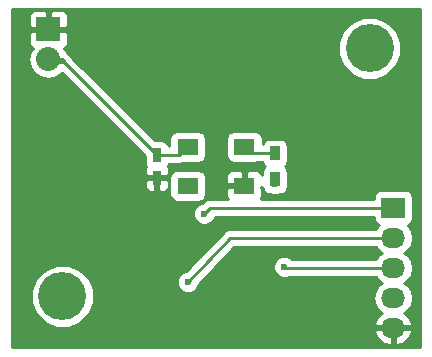
<source format=gtl>
G04 #@! TF.FileFunction,Copper,L1,Top,Signal*
%FSLAX46Y46*%
G04 Gerber Fmt 4.6, Leading zero omitted, Abs format (unit mm)*
G04 Created by KiCad (PCBNEW (2015-10-28 BZR 6285)-product) date Saturday, November 07, 2015 'PMt' 08:05:49 PM*
%MOMM*%
G01*
G04 APERTURE LIST*
%ADD10C,0.100000*%
%ADD11R,0.750000X1.200000*%
%ADD12R,2.032000X1.727200*%
%ADD13O,2.032000X1.727200*%
%ADD14R,0.900000X1.200000*%
%ADD15R,1.800000X1.400000*%
%ADD16C,4.064000*%
%ADD17R,2.032000X2.032000*%
%ADD18O,2.032000X2.032000*%
%ADD19C,0.600000*%
%ADD20C,0.250000*%
%ADD21C,0.254000*%
G04 APERTURE END LIST*
D10*
D11*
X113000000Y-114950000D03*
X113000000Y-113050000D03*
D12*
X133000000Y-117500000D03*
D13*
X133000000Y-120040000D03*
X133000000Y-122580000D03*
X133000000Y-125120000D03*
X133000000Y-127660000D03*
D14*
X123000000Y-115100000D03*
X123000000Y-112900000D03*
D15*
X115600000Y-112350000D03*
X115600000Y-115650000D03*
X120400000Y-115650000D03*
X120400000Y-112350000D03*
D16*
X131000000Y-104000000D03*
X105000000Y-125000000D03*
D17*
X103800000Y-102400000D03*
D18*
X103800000Y-104940000D03*
D19*
X109200000Y-102650000D03*
X121000000Y-115200000D03*
X113000000Y-114950000D03*
X117250000Y-119800000D03*
X115406000Y-121295000D03*
X115600000Y-123800000D03*
X117000000Y-118000000D03*
X123000000Y-115500000D03*
X123750000Y-122500000D03*
D20*
X103800000Y-104940000D02*
X104940000Y-104940000D01*
X105200000Y-105200000D02*
X105200000Y-105250000D01*
X104940000Y-104940000D02*
X105200000Y-105200000D01*
X113000000Y-113050000D02*
X114900000Y-113050000D01*
X114900000Y-113050000D02*
X115600000Y-112350000D01*
X103900000Y-105140000D02*
X105090000Y-105140000D01*
X105090000Y-105140000D02*
X105200000Y-105250000D01*
X105200000Y-105250000D02*
X113000000Y-113050000D01*
X109200000Y-102650000D02*
X109200000Y-102600000D01*
X121000000Y-115200000D02*
X120550000Y-115650000D01*
X120550000Y-115650000D02*
X120400000Y-115650000D01*
X117250000Y-119800000D02*
X117200000Y-119800000D01*
X115400000Y-121200000D02*
X115400000Y-121289000D01*
X115400000Y-121289000D02*
X115406000Y-121295000D01*
X132900000Y-120040000D02*
X119210000Y-120040000D01*
X119210000Y-120040000D02*
X115600000Y-123800000D01*
X132900000Y-117500000D02*
X117500000Y-117500000D01*
X117500000Y-117500000D02*
X117000000Y-118000000D01*
X123000000Y-115500000D02*
X123000000Y-115100000D01*
X132900000Y-122580000D02*
X123830000Y-122580000D01*
X123830000Y-122580000D02*
X123750000Y-122500000D01*
X123000000Y-112900000D02*
X120950000Y-112900000D01*
X120950000Y-112900000D02*
X120400000Y-112350000D01*
D21*
G36*
X135290000Y-129290000D02*
X100710000Y-129290000D01*
X100710000Y-128019026D01*
X131392642Y-128019026D01*
X131395291Y-128034791D01*
X131649268Y-128562036D01*
X132085680Y-128951954D01*
X132638087Y-129145184D01*
X132873000Y-129000924D01*
X132873000Y-127787000D01*
X133127000Y-127787000D01*
X133127000Y-129000924D01*
X133361913Y-129145184D01*
X133914320Y-128951954D01*
X134350732Y-128562036D01*
X134604709Y-128034791D01*
X134607358Y-128019026D01*
X134486217Y-127787000D01*
X133127000Y-127787000D01*
X132873000Y-127787000D01*
X131513783Y-127787000D01*
X131392642Y-128019026D01*
X100710000Y-128019026D01*
X100710000Y-125528172D01*
X102332538Y-125528172D01*
X102737709Y-126508761D01*
X103487293Y-127259655D01*
X104467173Y-127666536D01*
X105528172Y-127667462D01*
X106508761Y-127262291D01*
X107259655Y-126512707D01*
X107666536Y-125532827D01*
X107667462Y-124471828D01*
X107466378Y-123985167D01*
X114664838Y-123985167D01*
X114806883Y-124328943D01*
X115069673Y-124592192D01*
X115413201Y-124734838D01*
X115785167Y-124735162D01*
X116128943Y-124593117D01*
X116392192Y-124330327D01*
X116534838Y-123986799D01*
X116534893Y-123923620D01*
X119533901Y-120800000D01*
X131555352Y-120800000D01*
X131755585Y-121099670D01*
X132070366Y-121310000D01*
X131755585Y-121520330D01*
X131555352Y-121820000D01*
X124392323Y-121820000D01*
X124280327Y-121707808D01*
X123936799Y-121565162D01*
X123564833Y-121564838D01*
X123221057Y-121706883D01*
X122957808Y-121969673D01*
X122815162Y-122313201D01*
X122814838Y-122685167D01*
X122956883Y-123028943D01*
X123219673Y-123292192D01*
X123563201Y-123434838D01*
X123935167Y-123435162D01*
X124165477Y-123340000D01*
X131555352Y-123340000D01*
X131755585Y-123639670D01*
X132070366Y-123850000D01*
X131755585Y-124060330D01*
X131430729Y-124546511D01*
X131316655Y-125120000D01*
X131430729Y-125693489D01*
X131755585Y-126179670D01*
X132065069Y-126386461D01*
X131649268Y-126757964D01*
X131395291Y-127285209D01*
X131392642Y-127300974D01*
X131513783Y-127533000D01*
X132873000Y-127533000D01*
X132873000Y-127513000D01*
X133127000Y-127513000D01*
X133127000Y-127533000D01*
X134486217Y-127533000D01*
X134607358Y-127300974D01*
X134604709Y-127285209D01*
X134350732Y-126757964D01*
X133934931Y-126386461D01*
X134244415Y-126179670D01*
X134569271Y-125693489D01*
X134683345Y-125120000D01*
X134569271Y-124546511D01*
X134244415Y-124060330D01*
X133929634Y-123850000D01*
X134244415Y-123639670D01*
X134569271Y-123153489D01*
X134683345Y-122580000D01*
X134569271Y-122006511D01*
X134244415Y-121520330D01*
X133929634Y-121310000D01*
X134244415Y-121099670D01*
X134569271Y-120613489D01*
X134683345Y-120040000D01*
X134569271Y-119466511D01*
X134244415Y-118980330D01*
X134230087Y-118970757D01*
X134251317Y-118966762D01*
X134467441Y-118827690D01*
X134612431Y-118615490D01*
X134663440Y-118363600D01*
X134663440Y-116636400D01*
X134619162Y-116401083D01*
X134480090Y-116184959D01*
X134267890Y-116039969D01*
X134016000Y-115988960D01*
X131984000Y-115988960D01*
X131748683Y-116033238D01*
X131532559Y-116172310D01*
X131387569Y-116384510D01*
X131336560Y-116636400D01*
X131336560Y-116740000D01*
X121808025Y-116740000D01*
X121838327Y-116709698D01*
X121935000Y-116476309D01*
X121935000Y-115935750D01*
X121776252Y-115777002D01*
X121917049Y-115777002D01*
X121946838Y-115935317D01*
X122085910Y-116151441D01*
X122298110Y-116296431D01*
X122550000Y-116347440D01*
X122602724Y-116347440D01*
X122813201Y-116434838D01*
X123185167Y-116435162D01*
X123397471Y-116347440D01*
X123450000Y-116347440D01*
X123685317Y-116303162D01*
X123901441Y-116164090D01*
X124046431Y-115951890D01*
X124097440Y-115700000D01*
X124097440Y-114500000D01*
X124053162Y-114264683D01*
X123914090Y-114048559D01*
X123844289Y-114000866D01*
X123901441Y-113964090D01*
X124046431Y-113751890D01*
X124097440Y-113500000D01*
X124097440Y-112300000D01*
X124053162Y-112064683D01*
X123914090Y-111848559D01*
X123701890Y-111703569D01*
X123450000Y-111652560D01*
X122550000Y-111652560D01*
X122314683Y-111696838D01*
X122098559Y-111835910D01*
X121953569Y-112048110D01*
X121947440Y-112078376D01*
X121947440Y-111650000D01*
X121903162Y-111414683D01*
X121764090Y-111198559D01*
X121551890Y-111053569D01*
X121300000Y-111002560D01*
X119500000Y-111002560D01*
X119264683Y-111046838D01*
X119048559Y-111185910D01*
X118903569Y-111398110D01*
X118852560Y-111650000D01*
X118852560Y-113050000D01*
X118896838Y-113285317D01*
X119035910Y-113501441D01*
X119248110Y-113646431D01*
X119500000Y-113697440D01*
X121300000Y-113697440D01*
X121498976Y-113660000D01*
X121932666Y-113660000D01*
X121946838Y-113735317D01*
X122085910Y-113951441D01*
X122155711Y-113999134D01*
X122098559Y-114035910D01*
X121953569Y-114248110D01*
X121902560Y-114500000D01*
X121902560Y-114745374D01*
X121838327Y-114590302D01*
X121659699Y-114411673D01*
X121426310Y-114315000D01*
X120685750Y-114315000D01*
X120527000Y-114473750D01*
X120527000Y-115523000D01*
X120547000Y-115523000D01*
X120547000Y-115777000D01*
X120527000Y-115777000D01*
X120527000Y-115797000D01*
X120273000Y-115797000D01*
X120273000Y-115777000D01*
X119023750Y-115777000D01*
X118865000Y-115935750D01*
X118865000Y-116476309D01*
X118961673Y-116709698D01*
X118991975Y-116740000D01*
X117500000Y-116740000D01*
X117209161Y-116797852D01*
X116962599Y-116962599D01*
X116860320Y-117064878D01*
X116814833Y-117064838D01*
X116471057Y-117206883D01*
X116207808Y-117469673D01*
X116065162Y-117813201D01*
X116064838Y-118185167D01*
X116206883Y-118528943D01*
X116469673Y-118792192D01*
X116813201Y-118934838D01*
X117185167Y-118935162D01*
X117528943Y-118793117D01*
X117792192Y-118530327D01*
X117904442Y-118260000D01*
X131336560Y-118260000D01*
X131336560Y-118363600D01*
X131380838Y-118598917D01*
X131519910Y-118815041D01*
X131732110Y-118960031D01*
X131773439Y-118968400D01*
X131755585Y-118980330D01*
X131555352Y-119280000D01*
X119210000Y-119280000D01*
X119202281Y-119281535D01*
X119194535Y-119280158D01*
X119057163Y-119310401D01*
X118919161Y-119337852D01*
X118912618Y-119342224D01*
X118904933Y-119343916D01*
X118789583Y-119424433D01*
X118672599Y-119502599D01*
X118668227Y-119509143D01*
X118661775Y-119513646D01*
X115444249Y-122864864D01*
X115414833Y-122864838D01*
X115071057Y-123006883D01*
X114807808Y-123269673D01*
X114665162Y-123613201D01*
X114664838Y-123985167D01*
X107466378Y-123985167D01*
X107262291Y-123491239D01*
X106512707Y-122740345D01*
X105532827Y-122333464D01*
X104471828Y-122332538D01*
X103491239Y-122737709D01*
X102740345Y-123487293D01*
X102333464Y-124467173D01*
X102332538Y-125528172D01*
X100710000Y-125528172D01*
X100710000Y-115235750D01*
X111990000Y-115235750D01*
X111990000Y-115676309D01*
X112086673Y-115909698D01*
X112265301Y-116088327D01*
X112498690Y-116185000D01*
X112714250Y-116185000D01*
X112873000Y-116026250D01*
X112873000Y-115077000D01*
X113127000Y-115077000D01*
X113127000Y-116026250D01*
X113285750Y-116185000D01*
X113501310Y-116185000D01*
X113734699Y-116088327D01*
X113913327Y-115909698D01*
X114010000Y-115676309D01*
X114010000Y-115235750D01*
X113851250Y-115077000D01*
X113127000Y-115077000D01*
X112873000Y-115077000D01*
X112148750Y-115077000D01*
X111990000Y-115235750D01*
X100710000Y-115235750D01*
X100710000Y-114950000D01*
X114052560Y-114950000D01*
X114052560Y-116350000D01*
X114096838Y-116585317D01*
X114235910Y-116801441D01*
X114448110Y-116946431D01*
X114700000Y-116997440D01*
X116500000Y-116997440D01*
X116735317Y-116953162D01*
X116951441Y-116814090D01*
X117096431Y-116601890D01*
X117147440Y-116350000D01*
X117147440Y-114950000D01*
X117123674Y-114823691D01*
X118865000Y-114823691D01*
X118865000Y-115364250D01*
X119023750Y-115523000D01*
X120273000Y-115523000D01*
X120273000Y-114473750D01*
X120114250Y-114315000D01*
X119373690Y-114315000D01*
X119140301Y-114411673D01*
X118961673Y-114590302D01*
X118865000Y-114823691D01*
X117123674Y-114823691D01*
X117103162Y-114714683D01*
X116964090Y-114498559D01*
X116751890Y-114353569D01*
X116500000Y-114302560D01*
X114700000Y-114302560D01*
X114464683Y-114346838D01*
X114248559Y-114485910D01*
X114103569Y-114698110D01*
X114052560Y-114950000D01*
X100710000Y-114950000D01*
X100710000Y-104940000D01*
X102116655Y-104940000D01*
X102242330Y-105571810D01*
X102600222Y-106107433D01*
X103135845Y-106465325D01*
X103767655Y-106591000D01*
X103832345Y-106591000D01*
X104464155Y-106465325D01*
X104989499Y-106114301D01*
X111977560Y-113102362D01*
X111977560Y-113650000D01*
X112021838Y-113885317D01*
X112088329Y-113988646D01*
X112086673Y-113990302D01*
X111990000Y-114223691D01*
X111990000Y-114664250D01*
X112148750Y-114823000D01*
X112873000Y-114823000D01*
X112873000Y-114803000D01*
X113127000Y-114803000D01*
X113127000Y-114823000D01*
X113851250Y-114823000D01*
X114010000Y-114664250D01*
X114010000Y-114223691D01*
X113913327Y-113990302D01*
X113911957Y-113988932D01*
X113971431Y-113901890D01*
X113990039Y-113810000D01*
X114900000Y-113810000D01*
X115190839Y-113752148D01*
X115272716Y-113697440D01*
X116500000Y-113697440D01*
X116735317Y-113653162D01*
X116951441Y-113514090D01*
X117096431Y-113301890D01*
X117147440Y-113050000D01*
X117147440Y-111650000D01*
X117103162Y-111414683D01*
X116964090Y-111198559D01*
X116751890Y-111053569D01*
X116500000Y-111002560D01*
X114700000Y-111002560D01*
X114464683Y-111046838D01*
X114248559Y-111185910D01*
X114103569Y-111398110D01*
X114052560Y-111650000D01*
X114052560Y-112290000D01*
X113992334Y-112290000D01*
X113978162Y-112214683D01*
X113839090Y-111998559D01*
X113626890Y-111853569D01*
X113375000Y-111802560D01*
X112827362Y-111802560D01*
X105838084Y-104813282D01*
X105737401Y-104662599D01*
X105602974Y-104528172D01*
X128332538Y-104528172D01*
X128737709Y-105508761D01*
X129487293Y-106259655D01*
X130467173Y-106666536D01*
X131528172Y-106667462D01*
X132508761Y-106262291D01*
X133259655Y-105512707D01*
X133666536Y-104532827D01*
X133667462Y-103471828D01*
X133262291Y-102491239D01*
X132512707Y-101740345D01*
X131532827Y-101333464D01*
X130471828Y-101332538D01*
X129491239Y-101737709D01*
X128740345Y-102487293D01*
X128333464Y-103467173D01*
X128332538Y-104528172D01*
X105602974Y-104528172D01*
X105477401Y-104402599D01*
X105360975Y-104324806D01*
X105357670Y-104308190D01*
X105133034Y-103971999D01*
X105175698Y-103954327D01*
X105354327Y-103775699D01*
X105451000Y-103542310D01*
X105451000Y-102685750D01*
X105292250Y-102527000D01*
X103927000Y-102527000D01*
X103927000Y-102547000D01*
X103673000Y-102547000D01*
X103673000Y-102527000D01*
X102307750Y-102527000D01*
X102149000Y-102685750D01*
X102149000Y-103542310D01*
X102245673Y-103775699D01*
X102424302Y-103954327D01*
X102466966Y-103971999D01*
X102242330Y-104308190D01*
X102116655Y-104940000D01*
X100710000Y-104940000D01*
X100710000Y-101257690D01*
X102149000Y-101257690D01*
X102149000Y-102114250D01*
X102307750Y-102273000D01*
X103673000Y-102273000D01*
X103673000Y-100907750D01*
X103927000Y-100907750D01*
X103927000Y-102273000D01*
X105292250Y-102273000D01*
X105451000Y-102114250D01*
X105451000Y-101257690D01*
X105354327Y-101024301D01*
X105175698Y-100845673D01*
X104942309Y-100749000D01*
X104085750Y-100749000D01*
X103927000Y-100907750D01*
X103673000Y-100907750D01*
X103514250Y-100749000D01*
X102657691Y-100749000D01*
X102424302Y-100845673D01*
X102245673Y-101024301D01*
X102149000Y-101257690D01*
X100710000Y-101257690D01*
X100710000Y-100710000D01*
X135290000Y-100710000D01*
X135290000Y-129290000D01*
X135290000Y-129290000D01*
G37*
X135290000Y-129290000D02*
X100710000Y-129290000D01*
X100710000Y-128019026D01*
X131392642Y-128019026D01*
X131395291Y-128034791D01*
X131649268Y-128562036D01*
X132085680Y-128951954D01*
X132638087Y-129145184D01*
X132873000Y-129000924D01*
X132873000Y-127787000D01*
X133127000Y-127787000D01*
X133127000Y-129000924D01*
X133361913Y-129145184D01*
X133914320Y-128951954D01*
X134350732Y-128562036D01*
X134604709Y-128034791D01*
X134607358Y-128019026D01*
X134486217Y-127787000D01*
X133127000Y-127787000D01*
X132873000Y-127787000D01*
X131513783Y-127787000D01*
X131392642Y-128019026D01*
X100710000Y-128019026D01*
X100710000Y-125528172D01*
X102332538Y-125528172D01*
X102737709Y-126508761D01*
X103487293Y-127259655D01*
X104467173Y-127666536D01*
X105528172Y-127667462D01*
X106508761Y-127262291D01*
X107259655Y-126512707D01*
X107666536Y-125532827D01*
X107667462Y-124471828D01*
X107466378Y-123985167D01*
X114664838Y-123985167D01*
X114806883Y-124328943D01*
X115069673Y-124592192D01*
X115413201Y-124734838D01*
X115785167Y-124735162D01*
X116128943Y-124593117D01*
X116392192Y-124330327D01*
X116534838Y-123986799D01*
X116534893Y-123923620D01*
X119533901Y-120800000D01*
X131555352Y-120800000D01*
X131755585Y-121099670D01*
X132070366Y-121310000D01*
X131755585Y-121520330D01*
X131555352Y-121820000D01*
X124392323Y-121820000D01*
X124280327Y-121707808D01*
X123936799Y-121565162D01*
X123564833Y-121564838D01*
X123221057Y-121706883D01*
X122957808Y-121969673D01*
X122815162Y-122313201D01*
X122814838Y-122685167D01*
X122956883Y-123028943D01*
X123219673Y-123292192D01*
X123563201Y-123434838D01*
X123935167Y-123435162D01*
X124165477Y-123340000D01*
X131555352Y-123340000D01*
X131755585Y-123639670D01*
X132070366Y-123850000D01*
X131755585Y-124060330D01*
X131430729Y-124546511D01*
X131316655Y-125120000D01*
X131430729Y-125693489D01*
X131755585Y-126179670D01*
X132065069Y-126386461D01*
X131649268Y-126757964D01*
X131395291Y-127285209D01*
X131392642Y-127300974D01*
X131513783Y-127533000D01*
X132873000Y-127533000D01*
X132873000Y-127513000D01*
X133127000Y-127513000D01*
X133127000Y-127533000D01*
X134486217Y-127533000D01*
X134607358Y-127300974D01*
X134604709Y-127285209D01*
X134350732Y-126757964D01*
X133934931Y-126386461D01*
X134244415Y-126179670D01*
X134569271Y-125693489D01*
X134683345Y-125120000D01*
X134569271Y-124546511D01*
X134244415Y-124060330D01*
X133929634Y-123850000D01*
X134244415Y-123639670D01*
X134569271Y-123153489D01*
X134683345Y-122580000D01*
X134569271Y-122006511D01*
X134244415Y-121520330D01*
X133929634Y-121310000D01*
X134244415Y-121099670D01*
X134569271Y-120613489D01*
X134683345Y-120040000D01*
X134569271Y-119466511D01*
X134244415Y-118980330D01*
X134230087Y-118970757D01*
X134251317Y-118966762D01*
X134467441Y-118827690D01*
X134612431Y-118615490D01*
X134663440Y-118363600D01*
X134663440Y-116636400D01*
X134619162Y-116401083D01*
X134480090Y-116184959D01*
X134267890Y-116039969D01*
X134016000Y-115988960D01*
X131984000Y-115988960D01*
X131748683Y-116033238D01*
X131532559Y-116172310D01*
X131387569Y-116384510D01*
X131336560Y-116636400D01*
X131336560Y-116740000D01*
X121808025Y-116740000D01*
X121838327Y-116709698D01*
X121935000Y-116476309D01*
X121935000Y-115935750D01*
X121776252Y-115777002D01*
X121917049Y-115777002D01*
X121946838Y-115935317D01*
X122085910Y-116151441D01*
X122298110Y-116296431D01*
X122550000Y-116347440D01*
X122602724Y-116347440D01*
X122813201Y-116434838D01*
X123185167Y-116435162D01*
X123397471Y-116347440D01*
X123450000Y-116347440D01*
X123685317Y-116303162D01*
X123901441Y-116164090D01*
X124046431Y-115951890D01*
X124097440Y-115700000D01*
X124097440Y-114500000D01*
X124053162Y-114264683D01*
X123914090Y-114048559D01*
X123844289Y-114000866D01*
X123901441Y-113964090D01*
X124046431Y-113751890D01*
X124097440Y-113500000D01*
X124097440Y-112300000D01*
X124053162Y-112064683D01*
X123914090Y-111848559D01*
X123701890Y-111703569D01*
X123450000Y-111652560D01*
X122550000Y-111652560D01*
X122314683Y-111696838D01*
X122098559Y-111835910D01*
X121953569Y-112048110D01*
X121947440Y-112078376D01*
X121947440Y-111650000D01*
X121903162Y-111414683D01*
X121764090Y-111198559D01*
X121551890Y-111053569D01*
X121300000Y-111002560D01*
X119500000Y-111002560D01*
X119264683Y-111046838D01*
X119048559Y-111185910D01*
X118903569Y-111398110D01*
X118852560Y-111650000D01*
X118852560Y-113050000D01*
X118896838Y-113285317D01*
X119035910Y-113501441D01*
X119248110Y-113646431D01*
X119500000Y-113697440D01*
X121300000Y-113697440D01*
X121498976Y-113660000D01*
X121932666Y-113660000D01*
X121946838Y-113735317D01*
X122085910Y-113951441D01*
X122155711Y-113999134D01*
X122098559Y-114035910D01*
X121953569Y-114248110D01*
X121902560Y-114500000D01*
X121902560Y-114745374D01*
X121838327Y-114590302D01*
X121659699Y-114411673D01*
X121426310Y-114315000D01*
X120685750Y-114315000D01*
X120527000Y-114473750D01*
X120527000Y-115523000D01*
X120547000Y-115523000D01*
X120547000Y-115777000D01*
X120527000Y-115777000D01*
X120527000Y-115797000D01*
X120273000Y-115797000D01*
X120273000Y-115777000D01*
X119023750Y-115777000D01*
X118865000Y-115935750D01*
X118865000Y-116476309D01*
X118961673Y-116709698D01*
X118991975Y-116740000D01*
X117500000Y-116740000D01*
X117209161Y-116797852D01*
X116962599Y-116962599D01*
X116860320Y-117064878D01*
X116814833Y-117064838D01*
X116471057Y-117206883D01*
X116207808Y-117469673D01*
X116065162Y-117813201D01*
X116064838Y-118185167D01*
X116206883Y-118528943D01*
X116469673Y-118792192D01*
X116813201Y-118934838D01*
X117185167Y-118935162D01*
X117528943Y-118793117D01*
X117792192Y-118530327D01*
X117904442Y-118260000D01*
X131336560Y-118260000D01*
X131336560Y-118363600D01*
X131380838Y-118598917D01*
X131519910Y-118815041D01*
X131732110Y-118960031D01*
X131773439Y-118968400D01*
X131755585Y-118980330D01*
X131555352Y-119280000D01*
X119210000Y-119280000D01*
X119202281Y-119281535D01*
X119194535Y-119280158D01*
X119057163Y-119310401D01*
X118919161Y-119337852D01*
X118912618Y-119342224D01*
X118904933Y-119343916D01*
X118789583Y-119424433D01*
X118672599Y-119502599D01*
X118668227Y-119509143D01*
X118661775Y-119513646D01*
X115444249Y-122864864D01*
X115414833Y-122864838D01*
X115071057Y-123006883D01*
X114807808Y-123269673D01*
X114665162Y-123613201D01*
X114664838Y-123985167D01*
X107466378Y-123985167D01*
X107262291Y-123491239D01*
X106512707Y-122740345D01*
X105532827Y-122333464D01*
X104471828Y-122332538D01*
X103491239Y-122737709D01*
X102740345Y-123487293D01*
X102333464Y-124467173D01*
X102332538Y-125528172D01*
X100710000Y-125528172D01*
X100710000Y-115235750D01*
X111990000Y-115235750D01*
X111990000Y-115676309D01*
X112086673Y-115909698D01*
X112265301Y-116088327D01*
X112498690Y-116185000D01*
X112714250Y-116185000D01*
X112873000Y-116026250D01*
X112873000Y-115077000D01*
X113127000Y-115077000D01*
X113127000Y-116026250D01*
X113285750Y-116185000D01*
X113501310Y-116185000D01*
X113734699Y-116088327D01*
X113913327Y-115909698D01*
X114010000Y-115676309D01*
X114010000Y-115235750D01*
X113851250Y-115077000D01*
X113127000Y-115077000D01*
X112873000Y-115077000D01*
X112148750Y-115077000D01*
X111990000Y-115235750D01*
X100710000Y-115235750D01*
X100710000Y-114950000D01*
X114052560Y-114950000D01*
X114052560Y-116350000D01*
X114096838Y-116585317D01*
X114235910Y-116801441D01*
X114448110Y-116946431D01*
X114700000Y-116997440D01*
X116500000Y-116997440D01*
X116735317Y-116953162D01*
X116951441Y-116814090D01*
X117096431Y-116601890D01*
X117147440Y-116350000D01*
X117147440Y-114950000D01*
X117123674Y-114823691D01*
X118865000Y-114823691D01*
X118865000Y-115364250D01*
X119023750Y-115523000D01*
X120273000Y-115523000D01*
X120273000Y-114473750D01*
X120114250Y-114315000D01*
X119373690Y-114315000D01*
X119140301Y-114411673D01*
X118961673Y-114590302D01*
X118865000Y-114823691D01*
X117123674Y-114823691D01*
X117103162Y-114714683D01*
X116964090Y-114498559D01*
X116751890Y-114353569D01*
X116500000Y-114302560D01*
X114700000Y-114302560D01*
X114464683Y-114346838D01*
X114248559Y-114485910D01*
X114103569Y-114698110D01*
X114052560Y-114950000D01*
X100710000Y-114950000D01*
X100710000Y-104940000D01*
X102116655Y-104940000D01*
X102242330Y-105571810D01*
X102600222Y-106107433D01*
X103135845Y-106465325D01*
X103767655Y-106591000D01*
X103832345Y-106591000D01*
X104464155Y-106465325D01*
X104989499Y-106114301D01*
X111977560Y-113102362D01*
X111977560Y-113650000D01*
X112021838Y-113885317D01*
X112088329Y-113988646D01*
X112086673Y-113990302D01*
X111990000Y-114223691D01*
X111990000Y-114664250D01*
X112148750Y-114823000D01*
X112873000Y-114823000D01*
X112873000Y-114803000D01*
X113127000Y-114803000D01*
X113127000Y-114823000D01*
X113851250Y-114823000D01*
X114010000Y-114664250D01*
X114010000Y-114223691D01*
X113913327Y-113990302D01*
X113911957Y-113988932D01*
X113971431Y-113901890D01*
X113990039Y-113810000D01*
X114900000Y-113810000D01*
X115190839Y-113752148D01*
X115272716Y-113697440D01*
X116500000Y-113697440D01*
X116735317Y-113653162D01*
X116951441Y-113514090D01*
X117096431Y-113301890D01*
X117147440Y-113050000D01*
X117147440Y-111650000D01*
X117103162Y-111414683D01*
X116964090Y-111198559D01*
X116751890Y-111053569D01*
X116500000Y-111002560D01*
X114700000Y-111002560D01*
X114464683Y-111046838D01*
X114248559Y-111185910D01*
X114103569Y-111398110D01*
X114052560Y-111650000D01*
X114052560Y-112290000D01*
X113992334Y-112290000D01*
X113978162Y-112214683D01*
X113839090Y-111998559D01*
X113626890Y-111853569D01*
X113375000Y-111802560D01*
X112827362Y-111802560D01*
X105838084Y-104813282D01*
X105737401Y-104662599D01*
X105602974Y-104528172D01*
X128332538Y-104528172D01*
X128737709Y-105508761D01*
X129487293Y-106259655D01*
X130467173Y-106666536D01*
X131528172Y-106667462D01*
X132508761Y-106262291D01*
X133259655Y-105512707D01*
X133666536Y-104532827D01*
X133667462Y-103471828D01*
X133262291Y-102491239D01*
X132512707Y-101740345D01*
X131532827Y-101333464D01*
X130471828Y-101332538D01*
X129491239Y-101737709D01*
X128740345Y-102487293D01*
X128333464Y-103467173D01*
X128332538Y-104528172D01*
X105602974Y-104528172D01*
X105477401Y-104402599D01*
X105360975Y-104324806D01*
X105357670Y-104308190D01*
X105133034Y-103971999D01*
X105175698Y-103954327D01*
X105354327Y-103775699D01*
X105451000Y-103542310D01*
X105451000Y-102685750D01*
X105292250Y-102527000D01*
X103927000Y-102527000D01*
X103927000Y-102547000D01*
X103673000Y-102547000D01*
X103673000Y-102527000D01*
X102307750Y-102527000D01*
X102149000Y-102685750D01*
X102149000Y-103542310D01*
X102245673Y-103775699D01*
X102424302Y-103954327D01*
X102466966Y-103971999D01*
X102242330Y-104308190D01*
X102116655Y-104940000D01*
X100710000Y-104940000D01*
X100710000Y-101257690D01*
X102149000Y-101257690D01*
X102149000Y-102114250D01*
X102307750Y-102273000D01*
X103673000Y-102273000D01*
X103673000Y-100907750D01*
X103927000Y-100907750D01*
X103927000Y-102273000D01*
X105292250Y-102273000D01*
X105451000Y-102114250D01*
X105451000Y-101257690D01*
X105354327Y-101024301D01*
X105175698Y-100845673D01*
X104942309Y-100749000D01*
X104085750Y-100749000D01*
X103927000Y-100907750D01*
X103673000Y-100907750D01*
X103514250Y-100749000D01*
X102657691Y-100749000D01*
X102424302Y-100845673D01*
X102245673Y-101024301D01*
X102149000Y-101257690D01*
X100710000Y-101257690D01*
X100710000Y-100710000D01*
X135290000Y-100710000D01*
X135290000Y-129290000D01*
M02*

</source>
